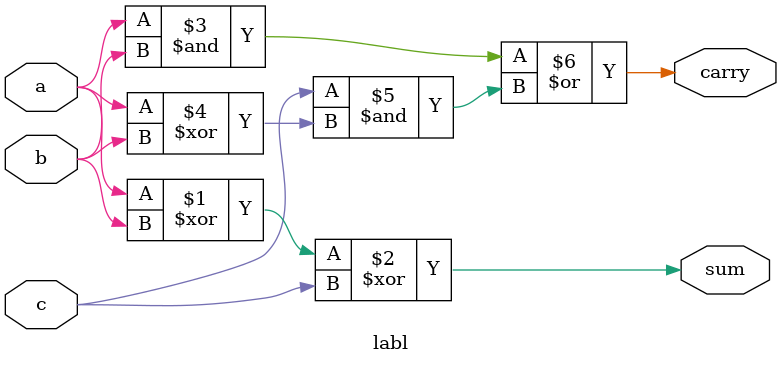
<source format=sv>
module labl (
    output sum, carry,
    input a, b, c
);

    assign sum = (a ^ b) ^ c;  
    assign carry = (a & b) | (c & (a ^ b));  

endmodule

</source>
